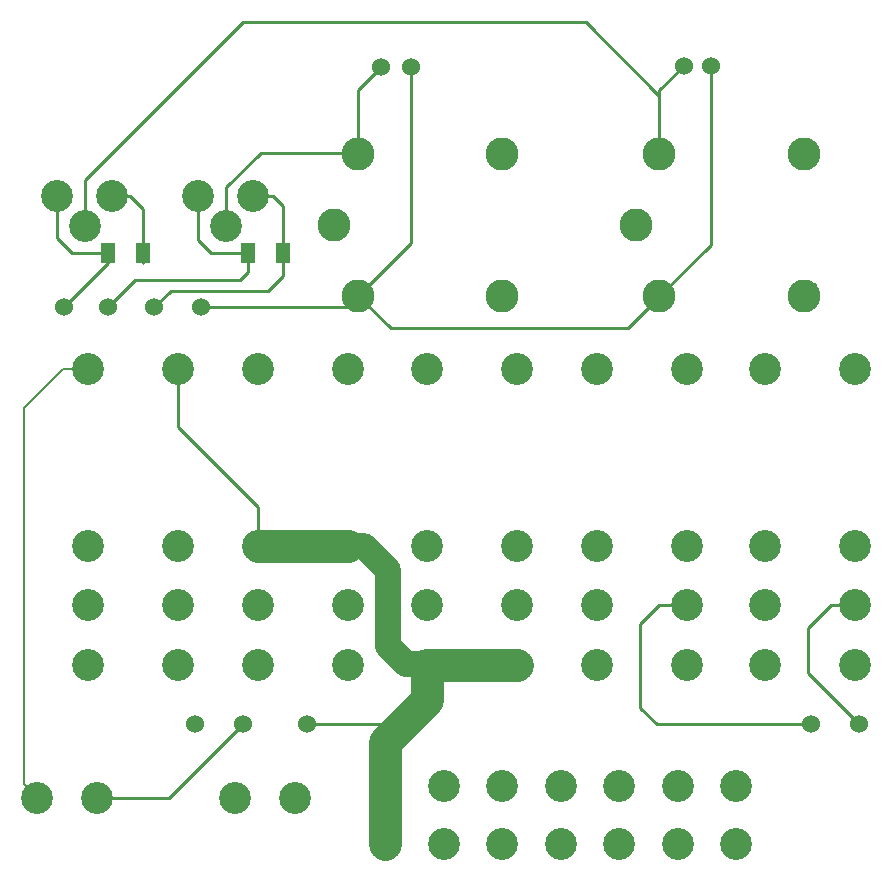
<source format=gtl>
G04 Layer: TopLayer*
G04 EasyEDA v6.5.50, 2025-05-27 18:24:41*
G04 111ed26f3c4c43cfb17bfce727aa7961,b37a74ae5ac9402f918d5afa9d52dbed,10*
G04 Gerber Generator version 0.2*
G04 Scale: 100 percent, Rotated: No, Reflected: No *
G04 Dimensions in millimeters *
G04 leading zeros omitted , absolute positions ,4 integer and 5 decimal *
%FSLAX45Y45*%
%MOMM*%

%AMMACRO1*21,1,$1,$2,0,0,$3*%
%ADD10C,0.2000*%
%ADD11C,0.2540*%
%ADD12C,2.8000*%
%ADD13C,2.2000*%
%ADD14MACRO1,1.701X1.2075X90.0000*%
%ADD15C,2.7940*%
%ADD16C,2.7000*%
%ADD17C,1.5240*%
%ADD18C,0.0123*%

%LPD*%
D10*
X698500Y4800600D02*
G01*
X482600Y4800600D01*
X152400Y4470400D01*
X152400Y1283665D01*
X266700Y1169365D01*
D11*
X2049272Y5778500D02*
G01*
X2049272Y5617971D01*
X1981200Y5549900D01*
X1092200Y5549900D01*
X863600Y5321300D01*
X1460500Y4800600D02*
G01*
X1460500Y4305300D01*
X2133600Y3632200D01*
X2133600Y3302000D01*
D12*
X3568700Y2294001D02*
G01*
X3568700Y1993900D01*
X3213100Y1638300D01*
X3213100Y774700D01*
X4330700Y2293998D02*
G01*
X3568700Y2293998D01*
X2133600Y3301997D02*
G01*
X2895600Y3301997D01*
D11*
X2344973Y5778497D02*
G01*
X2344973Y6176718D01*
X2260600Y6261097D01*
X2095500Y6261097D01*
X1163878Y5778497D02*
G01*
X1163878Y6151318D01*
X1054100Y6261097D01*
X901700Y6261097D01*
X2049277Y5778497D02*
G01*
X1739900Y5778497D01*
X1625600Y5892797D01*
X1625600Y6261097D01*
X868121Y5778497D02*
G01*
X558800Y5778497D01*
X431800Y5905497D01*
X431800Y6261097D01*
X1163873Y5778497D02*
G01*
X1163873Y5697776D01*
X774700Y1169235D02*
G01*
X1385138Y1169235D01*
X2006600Y1790697D01*
X2552700Y1790697D02*
G01*
X3213100Y1790697D01*
X868121Y5778497D02*
G01*
X868121Y5694118D01*
X495300Y5321297D01*
X5535193Y5419798D02*
G01*
X5535193Y5408190D01*
X5270500Y5143497D01*
X3258794Y5143497D01*
X2982493Y5419798D01*
X1651000Y5321297D02*
G01*
X2883992Y5321297D01*
X2982493Y5419798D01*
X2344927Y5778497D02*
G01*
X2344927Y5583425D01*
X2222500Y5460997D01*
X1397000Y5460997D01*
X1257300Y5321297D01*
X1866900Y6007097D02*
G01*
X1866900Y6337297D01*
X2159000Y6629397D01*
X2972892Y6629397D01*
X2982493Y6619796D01*
X673100Y6007100D02*
G01*
X673100Y6400800D01*
X2006600Y7734300D01*
X4914900Y7734300D01*
X5535168Y7114031D01*
X5535168Y6619747D01*
X2982493Y6619798D02*
G01*
X2982493Y7160793D01*
X3175000Y7353300D01*
X5535168Y7114031D02*
G01*
X5535168Y7160768D01*
X5740400Y7366000D01*
X3429000Y7353300D02*
G01*
X3429000Y5866384D01*
X2982468Y5419852D01*
X5969000Y7366000D02*
G01*
X5969000Y5853684D01*
X5535168Y5419852D01*
X7188200Y2797987D02*
G01*
X6988987Y2797987D01*
X6794500Y2603500D01*
X6794500Y2222500D01*
X7226300Y1790700D01*
X5676900Y1790700D02*
G01*
X5511800Y1790700D01*
X5372100Y1930400D01*
X5372100Y2641600D01*
X5528563Y2798063D01*
X5765800Y2798063D01*
X6819900Y1790700D02*
G01*
X5676900Y1790700D01*
X6851675Y5516313D02*
G01*
X6755208Y5419841D01*
D13*
X2895600Y3302000D02*
G01*
X3035300Y3302000D01*
X3238500Y3098800D01*
X3238500Y2451100D01*
X3390900Y2298700D01*
X3564000Y2298700D01*
X3568700Y2294001D01*
D14*
G01*
X2344976Y5778497D03*
G01*
X2049223Y5778497D03*
G01*
X1163876Y5778497D03*
G01*
X868123Y5778497D03*
D15*
G01*
X6755206Y5419852D03*
G01*
X5335193Y6019800D03*
G01*
X5535193Y6619798D03*
G01*
X5535193Y5419801D03*
G01*
X6755206Y6619747D03*
G01*
X4202506Y5419852D03*
G01*
X2782493Y6019800D03*
G01*
X2982493Y6619798D03*
G01*
X2982493Y5419801D03*
G01*
X4202506Y6619747D03*
D16*
G01*
X698500Y4800600D03*
G01*
X1460500Y4800600D03*
G01*
X698500Y3302000D03*
G01*
X698500Y2797987D03*
G01*
X698500Y2294001D03*
G01*
X1460500Y2294001D03*
G01*
X1460500Y2797987D03*
G01*
X1460500Y3302000D03*
G01*
X6184900Y774700D03*
G01*
X6184900Y1270000D03*
G01*
X5689600Y774700D03*
G01*
X5689600Y1270000D03*
G01*
X5194300Y774700D03*
G01*
X5194300Y1270000D03*
G01*
X4699000Y774700D03*
G01*
X4699000Y1270000D03*
G01*
X4203700Y774700D03*
G01*
X4203700Y1270000D03*
G01*
X3708400Y1270000D03*
G01*
X3708400Y774700D03*
G01*
X3213100Y774700D03*
G01*
X3213100Y1270000D03*
G01*
X2895600Y3302000D03*
G01*
X2895600Y2797987D03*
G01*
X2895600Y2294001D03*
G01*
X2133600Y2294001D03*
G01*
X2133600Y2797987D03*
G01*
X2133600Y3302000D03*
G01*
X2895600Y4800600D03*
G01*
X2133600Y4800600D03*
G01*
X5003800Y4800600D03*
G01*
X5765800Y4800600D03*
G01*
X5003800Y3302000D03*
G01*
X5003800Y2797987D03*
G01*
X5003800Y2294001D03*
G01*
X5765800Y2294001D03*
G01*
X5765800Y2797987D03*
G01*
X5765800Y3302000D03*
G01*
X4330700Y3302000D03*
G01*
X4330700Y2797987D03*
G01*
X4330700Y2294001D03*
G01*
X3568700Y2294001D03*
G01*
X3568700Y2797987D03*
G01*
X3568700Y3302000D03*
G01*
X4330700Y4800600D03*
G01*
X3568700Y4800600D03*
G01*
X7188200Y3302000D03*
G01*
X7188200Y2797987D03*
G01*
X7188200Y2294001D03*
G01*
X6426200Y2294001D03*
G01*
X6426200Y2797987D03*
G01*
X6426200Y3302000D03*
G01*
X7188200Y4800600D03*
G01*
X6426200Y4800600D03*
G01*
X774700Y1169238D03*
G01*
X266700Y1169365D03*
G01*
X1943100Y1169238D03*
G01*
X2451100Y1168400D03*
D17*
G01*
X1600200Y1790700D03*
G01*
X2006600Y1790700D03*
D16*
G01*
X1625600Y6261100D03*
G01*
X1866900Y6007100D03*
G01*
X2095500Y6261100D03*
G01*
X901700Y6261100D03*
G01*
X673100Y6007100D03*
G01*
X431800Y6261100D03*
D17*
G01*
X6819900Y1790700D03*
G01*
X7226300Y1790700D03*
G01*
X2552700Y1790700D03*
G01*
X495300Y5321300D03*
G01*
X863600Y5321300D03*
G01*
X1257300Y5321300D03*
G01*
X1651000Y5321300D03*
G01*
X3175000Y7353300D03*
G01*
X5740400Y7366000D03*
G01*
X3429000Y7353300D03*
G01*
X5969000Y7366000D03*
M02*

</source>
